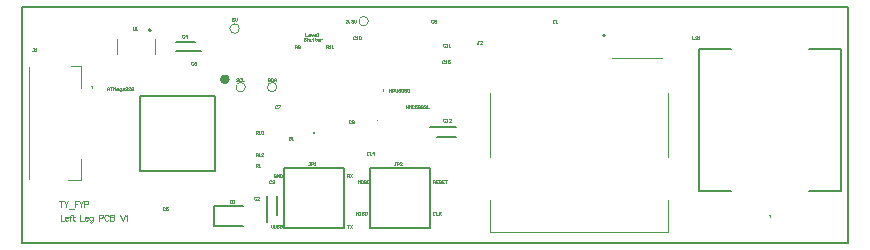
<source format=gto>
G04*
G04 #@! TF.GenerationSoftware,Altium Limited,Altium Designer,20.0.1 (14)*
G04*
G04 Layer_Color=65535*
%FSLAX24Y24*%
%MOIN*%
G70*
G01*
G75*
%ADD10C,0.0039*%
%ADD11C,0.0157*%
%ADD12C,0.0079*%
%ADD13C,0.0020*%
%ADD14C,0.0030*%
%ADD15C,0.0060*%
D10*
X11852Y4076D02*
G03*
X11852Y4115I0J20D01*
G01*
D02*
G03*
X11852Y4076I0J-20D01*
G01*
X8507Y5200D02*
G03*
X8507Y5200I-157J0D01*
G01*
X7457D02*
G03*
X7457Y5200I-157J0D01*
G01*
X11557Y7400D02*
G03*
X11557Y7400I-157J0D01*
G01*
X7257Y7150D02*
G03*
X7257Y7150I-157J0D01*
G01*
X19690Y6174D02*
X21343D01*
X21550Y2857D02*
Y4993D01*
X15625Y2857D02*
Y4993D01*
X21550Y367D02*
Y1450D01*
X15625Y367D02*
X21550D01*
X15625D02*
Y1450D01*
X4430Y6294D02*
Y6806D01*
X3170Y6294D02*
Y6806D01*
X1966Y5181D02*
Y5890D01*
Y5181D02*
Y5890D01*
X1631D02*
X1966D01*
X1631D02*
X1966D01*
X234Y2130D02*
Y5870D01*
Y2130D02*
Y5870D01*
X1533Y2110D02*
X1966D01*
X1533D02*
X1966D01*
Y2819D01*
Y2110D02*
Y2819D01*
D11*
X6854Y5461D02*
G03*
X6854Y5461I-79J0D01*
G01*
D12*
X24950Y872D02*
G03*
X24950Y911I0J20D01*
G01*
D02*
G03*
X24950Y872I0J-20D01*
G01*
D02*
G03*
X24950Y911I0J20D01*
G01*
X19454Y6913D02*
G03*
X19375Y6913I-39J0D01*
G01*
D02*
G03*
X19454Y6913I39J0D01*
G01*
X9748Y3651D02*
G03*
X9748Y3690I0J20D01*
G01*
D02*
G03*
X9748Y3651I0J-20D01*
G01*
D02*
G03*
X9748Y3690I0J20D01*
G01*
X4233Y7101D02*
G03*
X4312Y7101I39J0D01*
G01*
D02*
G03*
X4233Y7101I-39J0D01*
G01*
X2360Y5220D02*
G03*
X2360Y5181I0J-20D01*
G01*
D02*
G03*
X2360Y5220I0J20D01*
G01*
D02*
G03*
X2360Y5181I0J-20D01*
G01*
X12058Y5069D02*
G03*
X12058Y5108I0J20D01*
G01*
D02*
G03*
X12058Y5069I0J-20D01*
G01*
D02*
G03*
X12058Y5108I0J20D01*
G01*
X6440Y2410D02*
Y4890D01*
X3960Y2410D02*
X6440D01*
X3960D02*
Y4890D01*
X6440D01*
X8750Y2500D02*
X10750D01*
X8750Y500D02*
Y2500D01*
X10750Y500D02*
Y2500D01*
X8750Y500D02*
X10750D01*
X11600Y2500D02*
X13600D01*
X11600Y500D02*
Y2500D01*
X13600Y500D02*
Y2500D01*
X11600Y500D02*
X13600D01*
X13835Y3543D02*
X14465D01*
X13609Y3857D02*
X14465D01*
X22588Y1738D02*
X23651D01*
X22588D02*
Y6462D01*
X23651D01*
X26249D02*
X27312D01*
Y1738D02*
Y6462D01*
X26249Y1738D02*
X27312D01*
X5135Y6707D02*
X5765D01*
X5135Y6393D02*
X5991D01*
X8507Y935D02*
Y1565D01*
X8193Y709D02*
Y1565D01*
X6410Y556D02*
X7385D01*
X6410D02*
Y1244D01*
X7385D01*
D13*
X9450Y7000D02*
Y6900D01*
X9517D01*
X9600D02*
X9567D01*
X9550Y6917D01*
Y6950D01*
X9567Y6967D01*
X9600D01*
X9617Y6950D01*
Y6933D01*
X9550D01*
X9650Y6967D02*
X9683Y6900D01*
X9717Y6967D01*
X9800Y6900D02*
X9767D01*
X9750Y6917D01*
Y6950D01*
X9767Y6967D01*
X9800D01*
X9817Y6950D01*
Y6933D01*
X9750D01*
X9850Y6900D02*
X9883D01*
X9867D01*
Y7000D01*
X9850D01*
X9467Y6833D02*
X9450Y6850D01*
X9417D01*
X9400Y6833D01*
Y6817D01*
X9417Y6800D01*
X9450D01*
X9467Y6783D01*
Y6767D01*
X9450Y6750D01*
X9417D01*
X9400Y6767D01*
X9500Y6850D02*
Y6750D01*
Y6800D01*
X9517Y6817D01*
X9550D01*
X9567Y6800D01*
Y6750D01*
X9600D02*
X9633D01*
X9617D01*
Y6817D01*
X9600D01*
X9700Y6750D02*
Y6833D01*
Y6800D01*
X9683D01*
X9717D01*
X9700D01*
Y6833D01*
X9717Y6850D01*
X9783Y6833D02*
Y6817D01*
X9767D01*
X9800D01*
X9783D01*
Y6767D01*
X9800Y6750D01*
X9900D02*
X9867D01*
X9850Y6767D01*
Y6800D01*
X9867Y6817D01*
X9900D01*
X9916Y6800D01*
Y6783D01*
X9850D01*
X9950Y6817D02*
Y6750D01*
Y6783D01*
X9966Y6800D01*
X9983Y6817D01*
X10000D01*
X13767Y1033D02*
X13750Y1050D01*
X13717D01*
X13700Y1033D01*
Y967D01*
X13717Y950D01*
X13750D01*
X13767Y967D01*
X13800Y1050D02*
Y950D01*
X13867D01*
X13900Y1050D02*
Y950D01*
Y983D01*
X13967Y1050D01*
X13917Y1000D01*
X13967Y950D01*
X13700Y2000D02*
Y2100D01*
X13750D01*
X13767Y2083D01*
Y2050D01*
X13750Y2033D01*
X13700D01*
X13733D02*
X13767Y2000D01*
X13867Y2100D02*
X13800D01*
Y2000D01*
X13867D01*
X13800Y2050D02*
X13833D01*
X13967Y2083D02*
X13950Y2100D01*
X13917D01*
X13900Y2083D01*
Y2067D01*
X13917Y2050D01*
X13950D01*
X13967Y2033D01*
Y2017D01*
X13950Y2000D01*
X13917D01*
X13900Y2017D01*
X14067Y2100D02*
X14000D01*
Y2000D01*
X14067D01*
X14000Y2050D02*
X14033D01*
X14100Y2100D02*
X14167D01*
X14133D01*
Y2000D01*
X11150Y950D02*
Y1050D01*
X11183Y1017D01*
X11217Y1050D01*
Y950D01*
X11250Y1050D02*
X11283D01*
X11267D01*
Y950D01*
X11250D01*
X11283D01*
X11400Y1033D02*
X11383Y1050D01*
X11350D01*
X11333Y1033D01*
Y1017D01*
X11350Y1000D01*
X11383D01*
X11400Y983D01*
Y967D01*
X11383Y950D01*
X11350D01*
X11333Y967D01*
X11483Y1050D02*
X11450D01*
X11433Y1033D01*
Y967D01*
X11450Y950D01*
X11483D01*
X11500Y967D01*
Y1033D01*
X11483Y1050D01*
X11200Y2000D02*
Y2100D01*
X11233Y2067D01*
X11267Y2100D01*
Y2000D01*
X11350Y2100D02*
X11317D01*
X11300Y2083D01*
Y2017D01*
X11317Y2000D01*
X11350D01*
X11367Y2017D01*
Y2083D01*
X11350Y2100D01*
X11467Y2083D02*
X11450Y2100D01*
X11417D01*
X11400Y2083D01*
Y2067D01*
X11417Y2050D01*
X11450D01*
X11467Y2033D01*
Y2017D01*
X11450Y2000D01*
X11417D01*
X11400Y2017D01*
X11500Y2100D02*
X11533D01*
X11517D01*
Y2000D01*
X11500D01*
X11533D01*
X10850Y617D02*
X10917D01*
X10883D01*
Y517D01*
X10950Y617D02*
X11017Y517D01*
Y617D02*
X10950Y517D01*
X10850Y2200D02*
Y2300D01*
X10900D01*
X10917Y2283D01*
Y2250D01*
X10900Y2233D01*
X10850D01*
X10883D02*
X10917Y2200D01*
X10950Y2300D02*
X11017Y2200D01*
Y2300D02*
X10950Y2200D01*
X8467Y2283D02*
X8450Y2300D01*
X8417D01*
X8400Y2283D01*
Y2217D01*
X8417Y2200D01*
X8450D01*
X8467Y2217D01*
Y2250D01*
X8433D01*
X8500Y2200D02*
Y2300D01*
X8567Y2200D01*
Y2300D01*
X8600D02*
Y2200D01*
X8650D01*
X8667Y2217D01*
Y2283D01*
X8650Y2300D01*
X8600D01*
X8300Y617D02*
Y550D01*
X8333Y517D01*
X8367Y550D01*
Y617D01*
X8400D02*
Y533D01*
X8417Y517D01*
X8450D01*
X8467Y533D01*
Y617D01*
X8567Y600D02*
X8550Y617D01*
X8517D01*
X8500Y600D01*
Y583D01*
X8517Y567D01*
X8550D01*
X8567Y550D01*
Y533D01*
X8550Y517D01*
X8517D01*
X8500Y533D01*
X8600Y617D02*
Y517D01*
X8650D01*
X8667Y533D01*
Y550D01*
X8650Y567D01*
X8600D01*
X8650D01*
X8667Y583D01*
Y600D01*
X8650Y617D01*
X8600D01*
X10150Y6500D02*
Y6600D01*
X10200D01*
X10217Y6583D01*
Y6550D01*
X10200Y6533D01*
X10150D01*
X10183D02*
X10217Y6500D01*
X10250D02*
X10283D01*
X10267D01*
Y6600D01*
X10250Y6583D01*
X10333Y6500D02*
X10367D01*
X10350D01*
Y6600D01*
X10333Y6583D01*
X9100Y6500D02*
Y6600D01*
X9150D01*
X9167Y6583D01*
Y6550D01*
X9150Y6533D01*
X9100D01*
X9133D02*
X9167Y6500D01*
X9200Y6517D02*
X9217Y6500D01*
X9250D01*
X9267Y6517D01*
Y6583D01*
X9250Y6600D01*
X9217D01*
X9200Y6583D01*
Y6567D01*
X9217Y6550D01*
X9267D01*
X8267Y5483D02*
X8250Y5500D01*
X8217D01*
X8200Y5483D01*
Y5467D01*
X8217Y5450D01*
X8250D01*
X8267Y5433D01*
Y5417D01*
X8250Y5400D01*
X8217D01*
X8200Y5417D01*
X8300Y5500D02*
Y5400D01*
X8350D01*
X8367Y5417D01*
Y5483D01*
X8350Y5500D01*
X8300D01*
X8400Y5400D02*
Y5467D01*
X8433Y5500D01*
X8467Y5467D01*
Y5400D01*
Y5450D01*
X8400D01*
X7217Y5483D02*
X7200Y5500D01*
X7167D01*
X7150Y5483D01*
Y5467D01*
X7167Y5450D01*
X7200D01*
X7217Y5433D01*
Y5417D01*
X7200Y5400D01*
X7167D01*
X7150Y5417D01*
X7317Y5483D02*
X7300Y5500D01*
X7267D01*
X7250Y5483D01*
Y5417D01*
X7267Y5400D01*
X7300D01*
X7317Y5417D01*
X7350Y5500D02*
Y5400D01*
X7417D01*
X7067Y7500D02*
X7000D01*
Y7450D01*
X7033Y7467D01*
X7050D01*
X7067Y7450D01*
Y7417D01*
X7050Y7400D01*
X7017D01*
X7000Y7417D01*
X7100Y7500D02*
Y7433D01*
X7133Y7400D01*
X7167Y7433D01*
Y7500D01*
X10800Y7433D02*
X10817Y7450D01*
X10850D01*
X10867Y7433D01*
Y7417D01*
X10850Y7400D01*
X10833D01*
X10850D01*
X10867Y7383D01*
Y7367D01*
X10850Y7350D01*
X10817D01*
X10800Y7367D01*
X10900Y7350D02*
Y7367D01*
X10917D01*
Y7350D01*
X10900D01*
X10983Y7433D02*
X11000Y7450D01*
X11033D01*
X11050Y7433D01*
Y7417D01*
X11033Y7400D01*
X11017D01*
X11033D01*
X11050Y7383D01*
Y7367D01*
X11033Y7350D01*
X11000D01*
X10983Y7367D01*
X11083Y7450D02*
Y7383D01*
X11117Y7350D01*
X11150Y7383D01*
Y7450D01*
X8900Y3550D02*
Y3450D01*
X8950D01*
X8967Y3467D01*
Y3483D01*
X8950Y3500D01*
X8900D01*
X8950D01*
X8967Y3517D01*
Y3533D01*
X8950Y3550D01*
X8900D01*
X9000Y3450D02*
X9033D01*
X9017D01*
Y3550D01*
X9000Y3533D01*
X17767Y7433D02*
X17750Y7450D01*
X17717D01*
X17700Y7433D01*
Y7367D01*
X17717Y7350D01*
X17750D01*
X17767Y7367D01*
X17800Y7350D02*
X17833D01*
X17817D01*
Y7450D01*
X17800Y7433D01*
X3700Y7200D02*
Y7117D01*
X3717Y7100D01*
X3750D01*
X3767Y7117D01*
Y7200D01*
X3800Y7100D02*
X3833D01*
X3817D01*
Y7200D01*
X3800Y7183D01*
X7800Y2900D02*
Y3000D01*
X7850D01*
X7867Y2983D01*
Y2950D01*
X7850Y2933D01*
X7800D01*
X7833D02*
X7867Y2900D01*
X7900D02*
X7933D01*
X7917D01*
Y3000D01*
X7900Y2983D01*
X8050Y2900D02*
X7983D01*
X8050Y2967D01*
Y2983D01*
X8033Y3000D01*
X8000D01*
X7983Y2983D01*
X7800Y3650D02*
Y3750D01*
X7850D01*
X7867Y3733D01*
Y3700D01*
X7850Y3683D01*
X7800D01*
X7833D02*
X7867Y3650D01*
X7900D02*
X7933D01*
X7917D01*
Y3750D01*
X7900Y3733D01*
X7983D02*
X8000Y3750D01*
X8033D01*
X8050Y3733D01*
Y3667D01*
X8033Y3650D01*
X8000D01*
X7983Y3667D01*
Y3733D01*
X7800Y2550D02*
Y2650D01*
X7850D01*
X7867Y2633D01*
Y2600D01*
X7850Y2583D01*
X7800D01*
X7833D02*
X7867Y2550D01*
X7900D02*
X7933D01*
X7917D01*
Y2650D01*
X7900Y2633D01*
X22350Y6900D02*
Y6800D01*
X22417D01*
X22517Y6883D02*
X22500Y6900D01*
X22467D01*
X22450Y6883D01*
Y6867D01*
X22467Y6850D01*
X22500D01*
X22517Y6833D01*
Y6817D01*
X22500Y6800D01*
X22467D01*
X22450Y6817D01*
X22550Y6800D02*
X22583D01*
X22567D01*
Y6900D01*
X22550Y6883D01*
X12467Y2700D02*
X12433D01*
X12450D01*
Y2617D01*
X12433Y2600D01*
X12417D01*
X12400Y2617D01*
X12500Y2600D02*
Y2700D01*
X12550D01*
X12567Y2683D01*
Y2650D01*
X12550Y2633D01*
X12500D01*
X12667Y2600D02*
X12600D01*
X12667Y2667D01*
Y2683D01*
X12650Y2700D01*
X12617D01*
X12600Y2683D01*
X9617Y2700D02*
X9583D01*
X9600D01*
Y2617D01*
X9583Y2600D01*
X9567D01*
X9550Y2617D01*
X9650Y2600D02*
Y2700D01*
X9700D01*
X9717Y2683D01*
Y2650D01*
X9700Y2633D01*
X9650D01*
X9750Y2600D02*
X9783D01*
X9767D01*
Y2700D01*
X9750Y2683D01*
X15233Y6750D02*
X15199D01*
X15216D01*
Y6667D01*
X15199Y6650D01*
X15183D01*
X15166Y6667D01*
X15333Y6650D02*
X15266D01*
X15333Y6717D01*
Y6733D01*
X15316Y6750D01*
X15283D01*
X15266Y6733D01*
X417Y6500D02*
X383D01*
X400D01*
Y6417D01*
X383Y6400D01*
X367D01*
X350Y6417D01*
X450Y6400D02*
X483D01*
X467D01*
Y6500D01*
X450Y6483D01*
X12250Y5050D02*
Y5150D01*
X12283Y5117D01*
X12317Y5150D01*
Y5050D01*
X12350D02*
Y5150D01*
X12400D01*
X12417Y5133D01*
Y5100D01*
X12400Y5083D01*
X12350D01*
X12450Y5150D02*
Y5067D01*
X12467Y5050D01*
X12500D01*
X12517Y5067D01*
Y5150D01*
X12617D02*
X12583Y5133D01*
X12550Y5100D01*
Y5067D01*
X12567Y5050D01*
X12600D01*
X12617Y5067D01*
Y5083D01*
X12600Y5100D01*
X12550D01*
X12650Y5133D02*
X12667Y5150D01*
X12700D01*
X12717Y5133D01*
Y5067D01*
X12700Y5050D01*
X12667D01*
X12650Y5067D01*
Y5133D01*
X12816Y5150D02*
X12750D01*
Y5100D01*
X12783Y5117D01*
X12800D01*
X12816Y5100D01*
Y5067D01*
X12800Y5050D01*
X12766D01*
X12750Y5067D01*
X12850Y5133D02*
X12866Y5150D01*
X12900D01*
X12916Y5133D01*
Y5067D01*
X12900Y5050D01*
X12866D01*
X12850Y5067D01*
Y5133D01*
X12800Y4600D02*
Y4500D01*
Y4550D01*
X12867D01*
Y4600D01*
Y4500D01*
X12900D02*
Y4600D01*
X12933Y4567D01*
X12967Y4600D01*
Y4500D01*
X13067Y4583D02*
X13050Y4600D01*
X13017D01*
X13000Y4583D01*
Y4517D01*
X13017Y4500D01*
X13050D01*
X13067Y4517D01*
X13167Y4600D02*
X13100D01*
Y4550D01*
X13133Y4567D01*
X13150D01*
X13167Y4550D01*
Y4517D01*
X13150Y4500D01*
X13117D01*
X13100Y4517D01*
X13200Y4583D02*
X13217Y4600D01*
X13250D01*
X13267Y4583D01*
Y4567D01*
X13250Y4550D01*
X13267Y4533D01*
Y4517D01*
X13250Y4500D01*
X13217D01*
X13200Y4517D01*
Y4533D01*
X13217Y4550D01*
X13200Y4567D01*
Y4583D01*
X13217Y4550D02*
X13250D01*
X13300Y4583D02*
X13317Y4600D01*
X13350D01*
X13366Y4583D01*
Y4567D01*
X13350Y4550D01*
X13366Y4533D01*
Y4517D01*
X13350Y4500D01*
X13317D01*
X13300Y4517D01*
Y4533D01*
X13317Y4550D01*
X13300Y4567D01*
Y4583D01*
X13317Y4550D02*
X13350D01*
X13400Y4583D02*
X13416Y4600D01*
X13450D01*
X13466Y4583D01*
Y4567D01*
X13450Y4550D01*
X13433D01*
X13450D01*
X13466Y4533D01*
Y4517D01*
X13450Y4500D01*
X13416D01*
X13400Y4517D01*
X13500Y4600D02*
Y4500D01*
X13566D01*
X2850Y5100D02*
Y5167D01*
X2883Y5200D01*
X2917Y5167D01*
Y5100D01*
Y5150D01*
X2850D01*
X2950Y5200D02*
X3017D01*
X2983D01*
Y5100D01*
X3050D02*
Y5200D01*
X3083Y5167D01*
X3117Y5200D01*
Y5100D01*
X3200D02*
X3167D01*
X3150Y5117D01*
Y5150D01*
X3167Y5167D01*
X3200D01*
X3217Y5150D01*
Y5133D01*
X3150D01*
X3283Y5067D02*
X3300D01*
X3317Y5083D01*
Y5167D01*
X3267D01*
X3250Y5150D01*
Y5117D01*
X3267Y5100D01*
X3317D01*
X3367Y5167D02*
X3400D01*
X3416Y5150D01*
Y5100D01*
X3367D01*
X3350Y5117D01*
X3367Y5133D01*
X3416D01*
X3450Y5183D02*
X3466Y5200D01*
X3500D01*
X3516Y5183D01*
Y5167D01*
X3500Y5150D01*
X3483D01*
X3500D01*
X3516Y5133D01*
Y5117D01*
X3500Y5100D01*
X3466D01*
X3450Y5117D01*
X3616Y5100D02*
X3550D01*
X3616Y5167D01*
Y5183D01*
X3600Y5200D01*
X3566D01*
X3550Y5183D01*
X3650D02*
X3666Y5200D01*
X3700D01*
X3716Y5183D01*
Y5167D01*
X3700Y5150D01*
X3716Y5133D01*
Y5117D01*
X3700Y5100D01*
X3666D01*
X3650Y5117D01*
Y5133D01*
X3666Y5150D01*
X3650Y5167D01*
Y5183D01*
X3666Y5150D02*
X3700D01*
X6950Y1450D02*
Y1350D01*
X7000D01*
X7017Y1367D01*
Y1433D01*
X7000Y1450D01*
X6950D01*
X7050Y1350D02*
X7083D01*
X7067D01*
Y1450D01*
X7050Y1433D01*
X14083Y6083D02*
X14067Y6100D01*
X14033D01*
X14017Y6083D01*
Y6017D01*
X14033Y6000D01*
X14067D01*
X14083Y6017D01*
X14117Y6000D02*
X14150D01*
X14133D01*
Y6100D01*
X14117Y6083D01*
X14267Y6100D02*
X14200D01*
Y6050D01*
X14233Y6067D01*
X14250D01*
X14267Y6050D01*
Y6017D01*
X14250Y6000D01*
X14217D01*
X14200Y6017D01*
X11567Y3033D02*
X11550Y3050D01*
X11517D01*
X11500Y3033D01*
Y2967D01*
X11517Y2950D01*
X11550D01*
X11567Y2967D01*
X11600Y2950D02*
X11633D01*
X11617D01*
Y3050D01*
X11600Y3033D01*
X11733Y2950D02*
Y3050D01*
X11683Y3000D01*
X11750D01*
X14117Y4133D02*
X14100Y4150D01*
X14067D01*
X14050Y4133D01*
Y4067D01*
X14067Y4050D01*
X14100D01*
X14117Y4067D01*
X14150Y4050D02*
X14183D01*
X14167D01*
Y4150D01*
X14150Y4133D01*
X14300Y4050D02*
X14233D01*
X14300Y4117D01*
Y4133D01*
X14283Y4150D01*
X14250D01*
X14233Y4133D01*
X14117Y6633D02*
X14100Y6650D01*
X14067D01*
X14050Y6633D01*
Y6567D01*
X14067Y6550D01*
X14100D01*
X14117Y6567D01*
X14150Y6550D02*
X14183D01*
X14167D01*
Y6650D01*
X14150Y6633D01*
X14233Y6550D02*
X14267D01*
X14250D01*
Y6650D01*
X14233Y6633D01*
X11117Y6883D02*
X11100Y6900D01*
X11067D01*
X11050Y6883D01*
Y6817D01*
X11067Y6800D01*
X11100D01*
X11117Y6817D01*
X11150Y6800D02*
X11183D01*
X11167D01*
Y6900D01*
X11150Y6883D01*
X11233D02*
X11250Y6900D01*
X11283D01*
X11300Y6883D01*
Y6817D01*
X11283Y6800D01*
X11250D01*
X11233Y6817D01*
Y6883D01*
X13717Y7433D02*
X13700Y7450D01*
X13667D01*
X13650Y7433D01*
Y7367D01*
X13667Y7350D01*
X13700D01*
X13717Y7367D01*
X13750D02*
X13767Y7350D01*
X13800D01*
X13817Y7367D01*
Y7433D01*
X13800Y7450D01*
X13767D01*
X13750Y7433D01*
Y7417D01*
X13767Y7400D01*
X13817D01*
X8517Y4583D02*
X8500Y4600D01*
X8467D01*
X8450Y4583D01*
Y4517D01*
X8467Y4500D01*
X8500D01*
X8517Y4517D01*
X8550Y4600D02*
X8617D01*
Y4583D01*
X8550Y4517D01*
Y4500D01*
X10967Y4083D02*
X10950Y4100D01*
X10917D01*
X10900Y4083D01*
Y4017D01*
X10917Y4000D01*
X10950D01*
X10967Y4017D01*
X11000Y4083D02*
X11017Y4100D01*
X11050D01*
X11067Y4083D01*
Y4067D01*
X11050Y4050D01*
X11067Y4033D01*
Y4017D01*
X11050Y4000D01*
X11017D01*
X11000Y4017D01*
Y4033D01*
X11017Y4050D01*
X11000Y4067D01*
Y4083D01*
X11017Y4050D02*
X11050D01*
X5717Y6033D02*
X5700Y6050D01*
X5667D01*
X5650Y6033D01*
Y5967D01*
X5667Y5950D01*
X5700D01*
X5717Y5967D01*
X5817Y6050D02*
X5783Y6033D01*
X5750Y6000D01*
Y5967D01*
X5767Y5950D01*
X5800D01*
X5817Y5967D01*
Y5983D01*
X5800Y6000D01*
X5750D01*
X4767Y1183D02*
X4750Y1200D01*
X4717D01*
X4700Y1183D01*
Y1117D01*
X4717Y1100D01*
X4750D01*
X4767Y1117D01*
X4867Y1200D02*
X4800D01*
Y1150D01*
X4833Y1167D01*
X4850D01*
X4867Y1150D01*
Y1117D01*
X4850Y1100D01*
X4817D01*
X4800Y1117D01*
X5417Y6933D02*
X5400Y6950D01*
X5367D01*
X5350Y6933D01*
Y6867D01*
X5367Y6850D01*
X5400D01*
X5417Y6867D01*
X5500Y6850D02*
Y6950D01*
X5450Y6900D01*
X5517D01*
X8317Y2083D02*
X8300Y2100D01*
X8267D01*
X8250Y2083D01*
Y2017D01*
X8267Y2000D01*
X8300D01*
X8317Y2017D01*
X8350Y2083D02*
X8367Y2100D01*
X8400D01*
X8417Y2083D01*
Y2067D01*
X8400Y2050D01*
X8383D01*
X8400D01*
X8417Y2033D01*
Y2017D01*
X8400Y2000D01*
X8367D01*
X8350Y2017D01*
X7817Y1533D02*
X7800Y1550D01*
X7767D01*
X7750Y1533D01*
Y1467D01*
X7767Y1450D01*
X7800D01*
X7817Y1467D01*
X7917Y1450D02*
X7850D01*
X7917Y1517D01*
Y1533D01*
X7900Y1550D01*
X7867D01*
X7850Y1533D01*
D14*
X1317Y1400D02*
Y1200D01*
X1250Y1400D02*
X1383D01*
X1407D02*
X1483Y1305D01*
Y1200D01*
X1559Y1400D02*
X1483Y1305D01*
X1585Y1133D02*
X1738D01*
X1763Y1400D02*
Y1200D01*
Y1400D02*
X1887D01*
X1763Y1305D02*
X1839D01*
X1910Y1400D02*
X1986Y1305D01*
Y1200D01*
X2062Y1400D02*
X1986Y1305D01*
X2088Y1295D02*
X2174D01*
X2202Y1305D01*
X2212Y1314D01*
X2221Y1333D01*
Y1362D01*
X2212Y1381D01*
X2202Y1390D01*
X2174Y1400D01*
X2088D01*
Y1200D01*
X1300Y950D02*
Y750D01*
X1414D01*
X1436Y826D02*
X1550D01*
Y845D01*
X1541Y864D01*
X1531Y874D01*
X1512Y883D01*
X1484D01*
X1465Y874D01*
X1446Y855D01*
X1436Y826D01*
Y807D01*
X1446Y779D01*
X1465Y760D01*
X1484Y750D01*
X1512D01*
X1531Y760D01*
X1550Y779D01*
X1669Y950D02*
X1650D01*
X1631Y940D01*
X1622Y912D01*
Y750D01*
X1593Y883D02*
X1660D01*
X1727Y950D02*
Y788D01*
X1736Y760D01*
X1755Y750D01*
X1774D01*
X1698Y883D02*
X1765D01*
X1960Y950D02*
Y750D01*
X2074D01*
X2096Y826D02*
X2210D01*
Y845D01*
X2201Y864D01*
X2191Y874D01*
X2172Y883D01*
X2144D01*
X2125Y874D01*
X2106Y855D01*
X2096Y826D01*
Y807D01*
X2106Y779D01*
X2125Y760D01*
X2144Y750D01*
X2172D01*
X2191Y760D01*
X2210Y779D01*
X2367Y883D02*
Y731D01*
X2358Y702D01*
X2348Y693D01*
X2329Y683D01*
X2301D01*
X2282Y693D01*
X2367Y855D02*
X2348Y874D01*
X2329Y883D01*
X2301D01*
X2282Y874D01*
X2263Y855D01*
X2253Y826D01*
Y807D01*
X2263Y779D01*
X2282Y760D01*
X2301Y750D01*
X2329D01*
X2348Y760D01*
X2367Y779D01*
X2578Y845D02*
X2664D01*
X2692Y855D01*
X2702Y864D01*
X2711Y883D01*
Y912D01*
X2702Y931D01*
X2692Y940D01*
X2664Y950D01*
X2578D01*
Y750D01*
X2899Y902D02*
X2889Y921D01*
X2870Y940D01*
X2851Y950D01*
X2813D01*
X2794Y940D01*
X2775Y921D01*
X2765Y902D01*
X2756Y874D01*
Y826D01*
X2765Y798D01*
X2775Y779D01*
X2794Y760D01*
X2813Y750D01*
X2851D01*
X2870Y760D01*
X2889Y779D01*
X2899Y798D01*
X2955Y950D02*
Y750D01*
Y950D02*
X3041D01*
X3069Y940D01*
X3079Y931D01*
X3088Y912D01*
Y893D01*
X3079Y874D01*
X3069Y864D01*
X3041Y855D01*
X2955D02*
X3041D01*
X3069Y845D01*
X3079Y836D01*
X3088Y817D01*
Y788D01*
X3079Y769D01*
X3069Y760D01*
X3041Y750D01*
X2955D01*
X3290Y950D02*
X3366Y750D01*
X3442Y950D02*
X3366Y750D01*
X3468Y912D02*
X3487Y921D01*
X3516Y950D01*
Y750D01*
D15*
X27559Y0D02*
Y7874D01*
X0Y0D02*
Y7874D01*
Y0D02*
X27559D01*
X0Y7874D02*
X27559D01*
M02*

</source>
